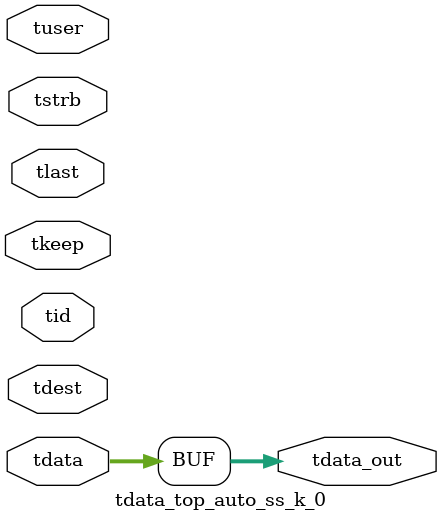
<source format=v>


`timescale 1ps/1ps

module tdata_top_auto_ss_k_0 #
(
parameter C_S_AXIS_TDATA_WIDTH = 32,
parameter C_S_AXIS_TUSER_WIDTH = 0,
parameter C_S_AXIS_TID_WIDTH   = 0,
parameter C_S_AXIS_TDEST_WIDTH = 0,
parameter C_M_AXIS_TDATA_WIDTH = 32
)
(
input  [(C_S_AXIS_TDATA_WIDTH == 0 ? 1 : C_S_AXIS_TDATA_WIDTH)-1:0     ] tdata,
input  [(C_S_AXIS_TUSER_WIDTH == 0 ? 1 : C_S_AXIS_TUSER_WIDTH)-1:0     ] tuser,
input  [(C_S_AXIS_TID_WIDTH   == 0 ? 1 : C_S_AXIS_TID_WIDTH)-1:0       ] tid,
input  [(C_S_AXIS_TDEST_WIDTH == 0 ? 1 : C_S_AXIS_TDEST_WIDTH)-1:0     ] tdest,
input  [(C_S_AXIS_TDATA_WIDTH/8)-1:0 ] tkeep,
input  [(C_S_AXIS_TDATA_WIDTH/8)-1:0 ] tstrb,
input                                                                    tlast,
output [C_M_AXIS_TDATA_WIDTH-1:0] tdata_out
);

assign tdata_out = {tdata[31:0]};

endmodule


</source>
